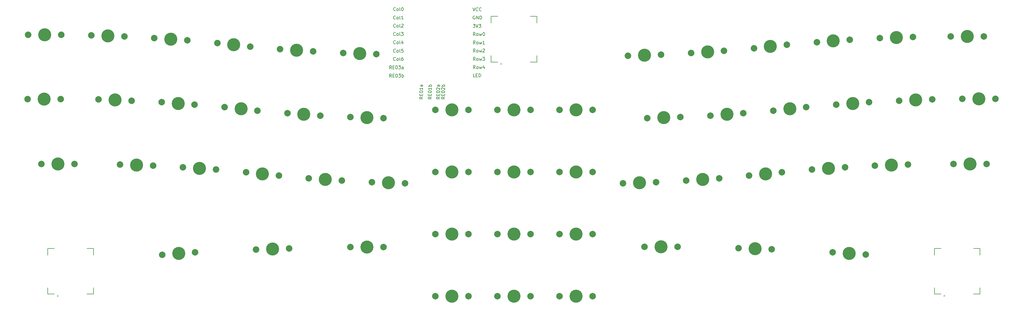
<source format=gbr>
G04 #@! TF.GenerationSoftware,KiCad,Pcbnew,7.0.9*
G04 #@! TF.CreationDate,2024-02-06T21:39:52+09:00*
G04 #@! TF.ProjectId,tijuana,74696a75-616e-4612-9e6b-696361645f70,rev?*
G04 #@! TF.SameCoordinates,Original*
G04 #@! TF.FileFunction,Legend,Top*
G04 #@! TF.FilePolarity,Positive*
%FSLAX46Y46*%
G04 Gerber Fmt 4.6, Leading zero omitted, Abs format (unit mm)*
G04 Created by KiCad (PCBNEW 7.0.9) date 2024-02-06 21:39:52*
%MOMM*%
%LPD*%
G01*
G04 APERTURE LIST*
%ADD10C,0.150000*%
%ADD11C,0.120000*%
%ADD12C,2.000000*%
%ADD13C,4.000000*%
G04 APERTURE END LIST*
D10*
X158833922Y-18441374D02*
X159167255Y-19441374D01*
X159167255Y-19441374D02*
X159500588Y-18441374D01*
X160405350Y-19346135D02*
X160357731Y-19393755D01*
X160357731Y-19393755D02*
X160214874Y-19441374D01*
X160214874Y-19441374D02*
X160119636Y-19441374D01*
X160119636Y-19441374D02*
X159976779Y-19393755D01*
X159976779Y-19393755D02*
X159881541Y-19298516D01*
X159881541Y-19298516D02*
X159833922Y-19203278D01*
X159833922Y-19203278D02*
X159786303Y-19012802D01*
X159786303Y-19012802D02*
X159786303Y-18869945D01*
X159786303Y-18869945D02*
X159833922Y-18679469D01*
X159833922Y-18679469D02*
X159881541Y-18584231D01*
X159881541Y-18584231D02*
X159976779Y-18488993D01*
X159976779Y-18488993D02*
X160119636Y-18441374D01*
X160119636Y-18441374D02*
X160214874Y-18441374D01*
X160214874Y-18441374D02*
X160357731Y-18488993D01*
X160357731Y-18488993D02*
X160405350Y-18536612D01*
X161405350Y-19346135D02*
X161357731Y-19393755D01*
X161357731Y-19393755D02*
X161214874Y-19441374D01*
X161214874Y-19441374D02*
X161119636Y-19441374D01*
X161119636Y-19441374D02*
X160976779Y-19393755D01*
X160976779Y-19393755D02*
X160881541Y-19298516D01*
X160881541Y-19298516D02*
X160833922Y-19203278D01*
X160833922Y-19203278D02*
X160786303Y-19012802D01*
X160786303Y-19012802D02*
X160786303Y-18869945D01*
X160786303Y-18869945D02*
X160833922Y-18679469D01*
X160833922Y-18679469D02*
X160881541Y-18584231D01*
X160881541Y-18584231D02*
X160976779Y-18488993D01*
X160976779Y-18488993D02*
X161119636Y-18441374D01*
X161119636Y-18441374D02*
X161214874Y-18441374D01*
X161214874Y-18441374D02*
X161357731Y-18488993D01*
X161357731Y-18488993D02*
X161405350Y-18536612D01*
X159548207Y-37184400D02*
X159214874Y-36708209D01*
X158976779Y-37184400D02*
X158976779Y-36184400D01*
X158976779Y-36184400D02*
X159357731Y-36184400D01*
X159357731Y-36184400D02*
X159452969Y-36232019D01*
X159452969Y-36232019D02*
X159500588Y-36279638D01*
X159500588Y-36279638D02*
X159548207Y-36374876D01*
X159548207Y-36374876D02*
X159548207Y-36517733D01*
X159548207Y-36517733D02*
X159500588Y-36612971D01*
X159500588Y-36612971D02*
X159452969Y-36660590D01*
X159452969Y-36660590D02*
X159357731Y-36708209D01*
X159357731Y-36708209D02*
X158976779Y-36708209D01*
X160119636Y-37184400D02*
X160024398Y-37136781D01*
X160024398Y-37136781D02*
X159976779Y-37089161D01*
X159976779Y-37089161D02*
X159929160Y-36993923D01*
X159929160Y-36993923D02*
X159929160Y-36708209D01*
X159929160Y-36708209D02*
X159976779Y-36612971D01*
X159976779Y-36612971D02*
X160024398Y-36565352D01*
X160024398Y-36565352D02*
X160119636Y-36517733D01*
X160119636Y-36517733D02*
X160262493Y-36517733D01*
X160262493Y-36517733D02*
X160357731Y-36565352D01*
X160357731Y-36565352D02*
X160405350Y-36612971D01*
X160405350Y-36612971D02*
X160452969Y-36708209D01*
X160452969Y-36708209D02*
X160452969Y-36993923D01*
X160452969Y-36993923D02*
X160405350Y-37089161D01*
X160405350Y-37089161D02*
X160357731Y-37136781D01*
X160357731Y-37136781D02*
X160262493Y-37184400D01*
X160262493Y-37184400D02*
X160119636Y-37184400D01*
X160786303Y-36517733D02*
X160976779Y-37184400D01*
X160976779Y-37184400D02*
X161167255Y-36708209D01*
X161167255Y-36708209D02*
X161357731Y-37184400D01*
X161357731Y-37184400D02*
X161548207Y-36517733D01*
X162357731Y-36517733D02*
X162357731Y-37184400D01*
X162119636Y-36136781D02*
X161881541Y-36851066D01*
X161881541Y-36851066D02*
X162500588Y-36851066D01*
X135080455Y-32042626D02*
X135032836Y-32090246D01*
X135032836Y-32090246D02*
X134889979Y-32137865D01*
X134889979Y-32137865D02*
X134794741Y-32137865D01*
X134794741Y-32137865D02*
X134651884Y-32090246D01*
X134651884Y-32090246D02*
X134556646Y-31995007D01*
X134556646Y-31995007D02*
X134509027Y-31899769D01*
X134509027Y-31899769D02*
X134461408Y-31709293D01*
X134461408Y-31709293D02*
X134461408Y-31566436D01*
X134461408Y-31566436D02*
X134509027Y-31375960D01*
X134509027Y-31375960D02*
X134556646Y-31280722D01*
X134556646Y-31280722D02*
X134651884Y-31185484D01*
X134651884Y-31185484D02*
X134794741Y-31137865D01*
X134794741Y-31137865D02*
X134889979Y-31137865D01*
X134889979Y-31137865D02*
X135032836Y-31185484D01*
X135032836Y-31185484D02*
X135080455Y-31233103D01*
X135651884Y-32137865D02*
X135556646Y-32090246D01*
X135556646Y-32090246D02*
X135509027Y-32042626D01*
X135509027Y-32042626D02*
X135461408Y-31947388D01*
X135461408Y-31947388D02*
X135461408Y-31661674D01*
X135461408Y-31661674D02*
X135509027Y-31566436D01*
X135509027Y-31566436D02*
X135556646Y-31518817D01*
X135556646Y-31518817D02*
X135651884Y-31471198D01*
X135651884Y-31471198D02*
X135794741Y-31471198D01*
X135794741Y-31471198D02*
X135889979Y-31518817D01*
X135889979Y-31518817D02*
X135937598Y-31566436D01*
X135937598Y-31566436D02*
X135985217Y-31661674D01*
X135985217Y-31661674D02*
X135985217Y-31947388D01*
X135985217Y-31947388D02*
X135937598Y-32042626D01*
X135937598Y-32042626D02*
X135889979Y-32090246D01*
X135889979Y-32090246D02*
X135794741Y-32137865D01*
X135794741Y-32137865D02*
X135651884Y-32137865D01*
X136556646Y-32137865D02*
X136461408Y-32090246D01*
X136461408Y-32090246D02*
X136413789Y-31995007D01*
X136413789Y-31995007D02*
X136413789Y-31137865D01*
X137413789Y-31137865D02*
X136937599Y-31137865D01*
X136937599Y-31137865D02*
X136889980Y-31614055D01*
X136889980Y-31614055D02*
X136937599Y-31566436D01*
X136937599Y-31566436D02*
X137032837Y-31518817D01*
X137032837Y-31518817D02*
X137270932Y-31518817D01*
X137270932Y-31518817D02*
X137366170Y-31566436D01*
X137366170Y-31566436D02*
X137413789Y-31614055D01*
X137413789Y-31614055D02*
X137461408Y-31709293D01*
X137461408Y-31709293D02*
X137461408Y-31947388D01*
X137461408Y-31947388D02*
X137413789Y-32042626D01*
X137413789Y-32042626D02*
X137366170Y-32090246D01*
X137366170Y-32090246D02*
X137270932Y-32137865D01*
X137270932Y-32137865D02*
X137032837Y-32137865D01*
X137032837Y-32137865D02*
X136937599Y-32090246D01*
X136937599Y-32090246D02*
X136889980Y-32042626D01*
X135080455Y-26900782D02*
X135032836Y-26948402D01*
X135032836Y-26948402D02*
X134889979Y-26996021D01*
X134889979Y-26996021D02*
X134794741Y-26996021D01*
X134794741Y-26996021D02*
X134651884Y-26948402D01*
X134651884Y-26948402D02*
X134556646Y-26853163D01*
X134556646Y-26853163D02*
X134509027Y-26757925D01*
X134509027Y-26757925D02*
X134461408Y-26567449D01*
X134461408Y-26567449D02*
X134461408Y-26424592D01*
X134461408Y-26424592D02*
X134509027Y-26234116D01*
X134509027Y-26234116D02*
X134556646Y-26138878D01*
X134556646Y-26138878D02*
X134651884Y-26043640D01*
X134651884Y-26043640D02*
X134794741Y-25996021D01*
X134794741Y-25996021D02*
X134889979Y-25996021D01*
X134889979Y-25996021D02*
X135032836Y-26043640D01*
X135032836Y-26043640D02*
X135080455Y-26091259D01*
X135651884Y-26996021D02*
X135556646Y-26948402D01*
X135556646Y-26948402D02*
X135509027Y-26900782D01*
X135509027Y-26900782D02*
X135461408Y-26805544D01*
X135461408Y-26805544D02*
X135461408Y-26519830D01*
X135461408Y-26519830D02*
X135509027Y-26424592D01*
X135509027Y-26424592D02*
X135556646Y-26376973D01*
X135556646Y-26376973D02*
X135651884Y-26329354D01*
X135651884Y-26329354D02*
X135794741Y-26329354D01*
X135794741Y-26329354D02*
X135889979Y-26376973D01*
X135889979Y-26376973D02*
X135937598Y-26424592D01*
X135937598Y-26424592D02*
X135985217Y-26519830D01*
X135985217Y-26519830D02*
X135985217Y-26805544D01*
X135985217Y-26805544D02*
X135937598Y-26900782D01*
X135937598Y-26900782D02*
X135889979Y-26948402D01*
X135889979Y-26948402D02*
X135794741Y-26996021D01*
X135794741Y-26996021D02*
X135651884Y-26996021D01*
X136556646Y-26996021D02*
X136461408Y-26948402D01*
X136461408Y-26948402D02*
X136413789Y-26853163D01*
X136413789Y-26853163D02*
X136413789Y-25996021D01*
X136842361Y-25996021D02*
X137461408Y-25996021D01*
X137461408Y-25996021D02*
X137128075Y-26376973D01*
X137128075Y-26376973D02*
X137270932Y-26376973D01*
X137270932Y-26376973D02*
X137366170Y-26424592D01*
X137366170Y-26424592D02*
X137413789Y-26472211D01*
X137413789Y-26472211D02*
X137461408Y-26567449D01*
X137461408Y-26567449D02*
X137461408Y-26805544D01*
X137461408Y-26805544D02*
X137413789Y-26900782D01*
X137413789Y-26900782D02*
X137366170Y-26948402D01*
X137366170Y-26948402D02*
X137270932Y-26996021D01*
X137270932Y-26996021D02*
X136985218Y-26996021D01*
X136985218Y-26996021D02*
X136889980Y-26948402D01*
X136889980Y-26948402D02*
X136842361Y-26900782D01*
X143460153Y-45811792D02*
X142983962Y-46145125D01*
X143460153Y-46383220D02*
X142460153Y-46383220D01*
X142460153Y-46383220D02*
X142460153Y-46002268D01*
X142460153Y-46002268D02*
X142507772Y-45907030D01*
X142507772Y-45907030D02*
X142555391Y-45859411D01*
X142555391Y-45859411D02*
X142650629Y-45811792D01*
X142650629Y-45811792D02*
X142793486Y-45811792D01*
X142793486Y-45811792D02*
X142888724Y-45859411D01*
X142888724Y-45859411D02*
X142936343Y-45907030D01*
X142936343Y-45907030D02*
X142983962Y-46002268D01*
X142983962Y-46002268D02*
X142983962Y-46383220D01*
X142936343Y-45383220D02*
X142936343Y-45049887D01*
X143460153Y-44907030D02*
X143460153Y-45383220D01*
X143460153Y-45383220D02*
X142460153Y-45383220D01*
X142460153Y-45383220D02*
X142460153Y-44907030D01*
X142460153Y-44287982D02*
X142460153Y-44192744D01*
X142460153Y-44192744D02*
X142507772Y-44097506D01*
X142507772Y-44097506D02*
X142555391Y-44049887D01*
X142555391Y-44049887D02*
X142650629Y-44002268D01*
X142650629Y-44002268D02*
X142841105Y-43954649D01*
X142841105Y-43954649D02*
X143079200Y-43954649D01*
X143079200Y-43954649D02*
X143269676Y-44002268D01*
X143269676Y-44002268D02*
X143364914Y-44049887D01*
X143364914Y-44049887D02*
X143412534Y-44097506D01*
X143412534Y-44097506D02*
X143460153Y-44192744D01*
X143460153Y-44192744D02*
X143460153Y-44287982D01*
X143460153Y-44287982D02*
X143412534Y-44383220D01*
X143412534Y-44383220D02*
X143364914Y-44430839D01*
X143364914Y-44430839D02*
X143269676Y-44478458D01*
X143269676Y-44478458D02*
X143079200Y-44526077D01*
X143079200Y-44526077D02*
X142841105Y-44526077D01*
X142841105Y-44526077D02*
X142650629Y-44478458D01*
X142650629Y-44478458D02*
X142555391Y-44430839D01*
X142555391Y-44430839D02*
X142507772Y-44383220D01*
X142507772Y-44383220D02*
X142460153Y-44287982D01*
X143460153Y-43002268D02*
X143460153Y-43573696D01*
X143460153Y-43287982D02*
X142460153Y-43287982D01*
X142460153Y-43287982D02*
X142603010Y-43383220D01*
X142603010Y-43383220D02*
X142698248Y-43478458D01*
X142698248Y-43478458D02*
X142745867Y-43573696D01*
X143460153Y-42145125D02*
X142936343Y-42145125D01*
X142936343Y-42145125D02*
X142841105Y-42192744D01*
X142841105Y-42192744D02*
X142793486Y-42287982D01*
X142793486Y-42287982D02*
X142793486Y-42478458D01*
X142793486Y-42478458D02*
X142841105Y-42573696D01*
X143412534Y-42145125D02*
X143460153Y-42240363D01*
X143460153Y-42240363D02*
X143460153Y-42478458D01*
X143460153Y-42478458D02*
X143412534Y-42573696D01*
X143412534Y-42573696D02*
X143317295Y-42621315D01*
X143317295Y-42621315D02*
X143222057Y-42621315D01*
X143222057Y-42621315D02*
X143126819Y-42573696D01*
X143126819Y-42573696D02*
X143079200Y-42478458D01*
X143079200Y-42478458D02*
X143079200Y-42240363D01*
X143079200Y-42240363D02*
X143031581Y-42145125D01*
X159452969Y-39709819D02*
X158976779Y-39709819D01*
X158976779Y-39709819D02*
X158976779Y-38709819D01*
X159786303Y-39186009D02*
X160119636Y-39186009D01*
X160262493Y-39709819D02*
X159786303Y-39709819D01*
X159786303Y-39709819D02*
X159786303Y-38709819D01*
X159786303Y-38709819D02*
X160262493Y-38709819D01*
X160691065Y-39709819D02*
X160691065Y-38709819D01*
X160691065Y-38709819D02*
X160929160Y-38709819D01*
X160929160Y-38709819D02*
X161072017Y-38757438D01*
X161072017Y-38757438D02*
X161167255Y-38852676D01*
X161167255Y-38852676D02*
X161214874Y-38947914D01*
X161214874Y-38947914D02*
X161262493Y-39138390D01*
X161262493Y-39138390D02*
X161262493Y-39281247D01*
X161262493Y-39281247D02*
X161214874Y-39471723D01*
X161214874Y-39471723D02*
X161167255Y-39566961D01*
X161167255Y-39566961D02*
X161072017Y-39662200D01*
X161072017Y-39662200D02*
X160929160Y-39709819D01*
X160929160Y-39709819D02*
X160691065Y-39709819D01*
X150189819Y-45811792D02*
X149713628Y-46145125D01*
X150189819Y-46383220D02*
X149189819Y-46383220D01*
X149189819Y-46383220D02*
X149189819Y-46002268D01*
X149189819Y-46002268D02*
X149237438Y-45907030D01*
X149237438Y-45907030D02*
X149285057Y-45859411D01*
X149285057Y-45859411D02*
X149380295Y-45811792D01*
X149380295Y-45811792D02*
X149523152Y-45811792D01*
X149523152Y-45811792D02*
X149618390Y-45859411D01*
X149618390Y-45859411D02*
X149666009Y-45907030D01*
X149666009Y-45907030D02*
X149713628Y-46002268D01*
X149713628Y-46002268D02*
X149713628Y-46383220D01*
X149666009Y-45383220D02*
X149666009Y-45049887D01*
X150189819Y-44907030D02*
X150189819Y-45383220D01*
X150189819Y-45383220D02*
X149189819Y-45383220D01*
X149189819Y-45383220D02*
X149189819Y-44907030D01*
X149189819Y-44287982D02*
X149189819Y-44192744D01*
X149189819Y-44192744D02*
X149237438Y-44097506D01*
X149237438Y-44097506D02*
X149285057Y-44049887D01*
X149285057Y-44049887D02*
X149380295Y-44002268D01*
X149380295Y-44002268D02*
X149570771Y-43954649D01*
X149570771Y-43954649D02*
X149808866Y-43954649D01*
X149808866Y-43954649D02*
X149999342Y-44002268D01*
X149999342Y-44002268D02*
X150094580Y-44049887D01*
X150094580Y-44049887D02*
X150142200Y-44097506D01*
X150142200Y-44097506D02*
X150189819Y-44192744D01*
X150189819Y-44192744D02*
X150189819Y-44287982D01*
X150189819Y-44287982D02*
X150142200Y-44383220D01*
X150142200Y-44383220D02*
X150094580Y-44430839D01*
X150094580Y-44430839D02*
X149999342Y-44478458D01*
X149999342Y-44478458D02*
X149808866Y-44526077D01*
X149808866Y-44526077D02*
X149570771Y-44526077D01*
X149570771Y-44526077D02*
X149380295Y-44478458D01*
X149380295Y-44478458D02*
X149285057Y-44430839D01*
X149285057Y-44430839D02*
X149237438Y-44383220D01*
X149237438Y-44383220D02*
X149189819Y-44287982D01*
X149285057Y-43573696D02*
X149237438Y-43526077D01*
X149237438Y-43526077D02*
X149189819Y-43430839D01*
X149189819Y-43430839D02*
X149189819Y-43192744D01*
X149189819Y-43192744D02*
X149237438Y-43097506D01*
X149237438Y-43097506D02*
X149285057Y-43049887D01*
X149285057Y-43049887D02*
X149380295Y-43002268D01*
X149380295Y-43002268D02*
X149475533Y-43002268D01*
X149475533Y-43002268D02*
X149618390Y-43049887D01*
X149618390Y-43049887D02*
X150189819Y-43621315D01*
X150189819Y-43621315D02*
X150189819Y-43002268D01*
X150189819Y-42573696D02*
X149189819Y-42573696D01*
X149570771Y-42573696D02*
X149523152Y-42478458D01*
X149523152Y-42478458D02*
X149523152Y-42287982D01*
X149523152Y-42287982D02*
X149570771Y-42192744D01*
X149570771Y-42192744D02*
X149618390Y-42145125D01*
X149618390Y-42145125D02*
X149713628Y-42097506D01*
X149713628Y-42097506D02*
X149999342Y-42097506D01*
X149999342Y-42097506D02*
X150094580Y-42145125D01*
X150094580Y-42145125D02*
X150142200Y-42192744D01*
X150142200Y-42192744D02*
X150189819Y-42287982D01*
X150189819Y-42287982D02*
X150189819Y-42478458D01*
X150189819Y-42478458D02*
X150142200Y-42573696D01*
X158881541Y-23534554D02*
X159500588Y-23534554D01*
X159500588Y-23534554D02*
X159167255Y-23915506D01*
X159167255Y-23915506D02*
X159310112Y-23915506D01*
X159310112Y-23915506D02*
X159405350Y-23963125D01*
X159405350Y-23963125D02*
X159452969Y-24010744D01*
X159452969Y-24010744D02*
X159500588Y-24105982D01*
X159500588Y-24105982D02*
X159500588Y-24344077D01*
X159500588Y-24344077D02*
X159452969Y-24439315D01*
X159452969Y-24439315D02*
X159405350Y-24486935D01*
X159405350Y-24486935D02*
X159310112Y-24534554D01*
X159310112Y-24534554D02*
X159024398Y-24534554D01*
X159024398Y-24534554D02*
X158929160Y-24486935D01*
X158929160Y-24486935D02*
X158881541Y-24439315D01*
X159786303Y-23534554D02*
X160119636Y-24534554D01*
X160119636Y-24534554D02*
X160452969Y-23534554D01*
X160691065Y-23534554D02*
X161310112Y-23534554D01*
X161310112Y-23534554D02*
X160976779Y-23915506D01*
X160976779Y-23915506D02*
X161119636Y-23915506D01*
X161119636Y-23915506D02*
X161214874Y-23963125D01*
X161214874Y-23963125D02*
X161262493Y-24010744D01*
X161262493Y-24010744D02*
X161310112Y-24105982D01*
X161310112Y-24105982D02*
X161310112Y-24344077D01*
X161310112Y-24344077D02*
X161262493Y-24439315D01*
X161262493Y-24439315D02*
X161214874Y-24486935D01*
X161214874Y-24486935D02*
X161119636Y-24534554D01*
X161119636Y-24534554D02*
X160833922Y-24534554D01*
X160833922Y-24534554D02*
X160738684Y-24486935D01*
X160738684Y-24486935D02*
X160691065Y-24439315D01*
X146110153Y-45811792D02*
X145633962Y-46145125D01*
X146110153Y-46383220D02*
X145110153Y-46383220D01*
X145110153Y-46383220D02*
X145110153Y-46002268D01*
X145110153Y-46002268D02*
X145157772Y-45907030D01*
X145157772Y-45907030D02*
X145205391Y-45859411D01*
X145205391Y-45859411D02*
X145300629Y-45811792D01*
X145300629Y-45811792D02*
X145443486Y-45811792D01*
X145443486Y-45811792D02*
X145538724Y-45859411D01*
X145538724Y-45859411D02*
X145586343Y-45907030D01*
X145586343Y-45907030D02*
X145633962Y-46002268D01*
X145633962Y-46002268D02*
X145633962Y-46383220D01*
X145586343Y-45383220D02*
X145586343Y-45049887D01*
X146110153Y-44907030D02*
X146110153Y-45383220D01*
X146110153Y-45383220D02*
X145110153Y-45383220D01*
X145110153Y-45383220D02*
X145110153Y-44907030D01*
X145110153Y-44287982D02*
X145110153Y-44192744D01*
X145110153Y-44192744D02*
X145157772Y-44097506D01*
X145157772Y-44097506D02*
X145205391Y-44049887D01*
X145205391Y-44049887D02*
X145300629Y-44002268D01*
X145300629Y-44002268D02*
X145491105Y-43954649D01*
X145491105Y-43954649D02*
X145729200Y-43954649D01*
X145729200Y-43954649D02*
X145919676Y-44002268D01*
X145919676Y-44002268D02*
X146014914Y-44049887D01*
X146014914Y-44049887D02*
X146062534Y-44097506D01*
X146062534Y-44097506D02*
X146110153Y-44192744D01*
X146110153Y-44192744D02*
X146110153Y-44287982D01*
X146110153Y-44287982D02*
X146062534Y-44383220D01*
X146062534Y-44383220D02*
X146014914Y-44430839D01*
X146014914Y-44430839D02*
X145919676Y-44478458D01*
X145919676Y-44478458D02*
X145729200Y-44526077D01*
X145729200Y-44526077D02*
X145491105Y-44526077D01*
X145491105Y-44526077D02*
X145300629Y-44478458D01*
X145300629Y-44478458D02*
X145205391Y-44430839D01*
X145205391Y-44430839D02*
X145157772Y-44383220D01*
X145157772Y-44383220D02*
X145110153Y-44287982D01*
X146110153Y-43002268D02*
X146110153Y-43573696D01*
X146110153Y-43287982D02*
X145110153Y-43287982D01*
X145110153Y-43287982D02*
X145253010Y-43383220D01*
X145253010Y-43383220D02*
X145348248Y-43478458D01*
X145348248Y-43478458D02*
X145395867Y-43573696D01*
X146110153Y-42573696D02*
X145110153Y-42573696D01*
X145491105Y-42573696D02*
X145443486Y-42478458D01*
X145443486Y-42478458D02*
X145443486Y-42287982D01*
X145443486Y-42287982D02*
X145491105Y-42192744D01*
X145491105Y-42192744D02*
X145538724Y-42145125D01*
X145538724Y-42145125D02*
X145633962Y-42097506D01*
X145633962Y-42097506D02*
X145919676Y-42097506D01*
X145919676Y-42097506D02*
X146014914Y-42145125D01*
X146014914Y-42145125D02*
X146062534Y-42192744D01*
X146062534Y-42192744D02*
X146110153Y-42287982D01*
X146110153Y-42287982D02*
X146110153Y-42478458D01*
X146110153Y-42478458D02*
X146062534Y-42573696D01*
X135080455Y-29471704D02*
X135032836Y-29519324D01*
X135032836Y-29519324D02*
X134889979Y-29566943D01*
X134889979Y-29566943D02*
X134794741Y-29566943D01*
X134794741Y-29566943D02*
X134651884Y-29519324D01*
X134651884Y-29519324D02*
X134556646Y-29424085D01*
X134556646Y-29424085D02*
X134509027Y-29328847D01*
X134509027Y-29328847D02*
X134461408Y-29138371D01*
X134461408Y-29138371D02*
X134461408Y-28995514D01*
X134461408Y-28995514D02*
X134509027Y-28805038D01*
X134509027Y-28805038D02*
X134556646Y-28709800D01*
X134556646Y-28709800D02*
X134651884Y-28614562D01*
X134651884Y-28614562D02*
X134794741Y-28566943D01*
X134794741Y-28566943D02*
X134889979Y-28566943D01*
X134889979Y-28566943D02*
X135032836Y-28614562D01*
X135032836Y-28614562D02*
X135080455Y-28662181D01*
X135651884Y-29566943D02*
X135556646Y-29519324D01*
X135556646Y-29519324D02*
X135509027Y-29471704D01*
X135509027Y-29471704D02*
X135461408Y-29376466D01*
X135461408Y-29376466D02*
X135461408Y-29090752D01*
X135461408Y-29090752D02*
X135509027Y-28995514D01*
X135509027Y-28995514D02*
X135556646Y-28947895D01*
X135556646Y-28947895D02*
X135651884Y-28900276D01*
X135651884Y-28900276D02*
X135794741Y-28900276D01*
X135794741Y-28900276D02*
X135889979Y-28947895D01*
X135889979Y-28947895D02*
X135937598Y-28995514D01*
X135937598Y-28995514D02*
X135985217Y-29090752D01*
X135985217Y-29090752D02*
X135985217Y-29376466D01*
X135985217Y-29376466D02*
X135937598Y-29471704D01*
X135937598Y-29471704D02*
X135889979Y-29519324D01*
X135889979Y-29519324D02*
X135794741Y-29566943D01*
X135794741Y-29566943D02*
X135651884Y-29566943D01*
X136556646Y-29566943D02*
X136461408Y-29519324D01*
X136461408Y-29519324D02*
X136413789Y-29424085D01*
X136413789Y-29424085D02*
X136413789Y-28566943D01*
X137366170Y-28900276D02*
X137366170Y-29566943D01*
X137128075Y-28519324D02*
X136889980Y-29233609D01*
X136889980Y-29233609D02*
X137509027Y-29233609D01*
X133828207Y-37234206D02*
X133494874Y-36758015D01*
X133256779Y-37234206D02*
X133256779Y-36234206D01*
X133256779Y-36234206D02*
X133637731Y-36234206D01*
X133637731Y-36234206D02*
X133732969Y-36281825D01*
X133732969Y-36281825D02*
X133780588Y-36329444D01*
X133780588Y-36329444D02*
X133828207Y-36424682D01*
X133828207Y-36424682D02*
X133828207Y-36567539D01*
X133828207Y-36567539D02*
X133780588Y-36662777D01*
X133780588Y-36662777D02*
X133732969Y-36710396D01*
X133732969Y-36710396D02*
X133637731Y-36758015D01*
X133637731Y-36758015D02*
X133256779Y-36758015D01*
X134256779Y-36710396D02*
X134590112Y-36710396D01*
X134732969Y-37234206D02*
X134256779Y-37234206D01*
X134256779Y-37234206D02*
X134256779Y-36234206D01*
X134256779Y-36234206D02*
X134732969Y-36234206D01*
X135352017Y-36234206D02*
X135447255Y-36234206D01*
X135447255Y-36234206D02*
X135542493Y-36281825D01*
X135542493Y-36281825D02*
X135590112Y-36329444D01*
X135590112Y-36329444D02*
X135637731Y-36424682D01*
X135637731Y-36424682D02*
X135685350Y-36615158D01*
X135685350Y-36615158D02*
X135685350Y-36853253D01*
X135685350Y-36853253D02*
X135637731Y-37043729D01*
X135637731Y-37043729D02*
X135590112Y-37138967D01*
X135590112Y-37138967D02*
X135542493Y-37186587D01*
X135542493Y-37186587D02*
X135447255Y-37234206D01*
X135447255Y-37234206D02*
X135352017Y-37234206D01*
X135352017Y-37234206D02*
X135256779Y-37186587D01*
X135256779Y-37186587D02*
X135209160Y-37138967D01*
X135209160Y-37138967D02*
X135161541Y-37043729D01*
X135161541Y-37043729D02*
X135113922Y-36853253D01*
X135113922Y-36853253D02*
X135113922Y-36615158D01*
X135113922Y-36615158D02*
X135161541Y-36424682D01*
X135161541Y-36424682D02*
X135209160Y-36329444D01*
X135209160Y-36329444D02*
X135256779Y-36281825D01*
X135256779Y-36281825D02*
X135352017Y-36234206D01*
X136018684Y-36234206D02*
X136637731Y-36234206D01*
X136637731Y-36234206D02*
X136304398Y-36615158D01*
X136304398Y-36615158D02*
X136447255Y-36615158D01*
X136447255Y-36615158D02*
X136542493Y-36662777D01*
X136542493Y-36662777D02*
X136590112Y-36710396D01*
X136590112Y-36710396D02*
X136637731Y-36805634D01*
X136637731Y-36805634D02*
X136637731Y-37043729D01*
X136637731Y-37043729D02*
X136590112Y-37138967D01*
X136590112Y-37138967D02*
X136542493Y-37186587D01*
X136542493Y-37186587D02*
X136447255Y-37234206D01*
X136447255Y-37234206D02*
X136161541Y-37234206D01*
X136161541Y-37234206D02*
X136066303Y-37186587D01*
X136066303Y-37186587D02*
X136018684Y-37138967D01*
X137494874Y-37234206D02*
X137494874Y-36710396D01*
X137494874Y-36710396D02*
X137447255Y-36615158D01*
X137447255Y-36615158D02*
X137352017Y-36567539D01*
X137352017Y-36567539D02*
X137161541Y-36567539D01*
X137161541Y-36567539D02*
X137066303Y-36615158D01*
X137494874Y-37186587D02*
X137399636Y-37234206D01*
X137399636Y-37234206D02*
X137161541Y-37234206D01*
X137161541Y-37234206D02*
X137066303Y-37186587D01*
X137066303Y-37186587D02*
X137018684Y-37091348D01*
X137018684Y-37091348D02*
X137018684Y-36996110D01*
X137018684Y-36996110D02*
X137066303Y-36900872D01*
X137066303Y-36900872D02*
X137161541Y-36853253D01*
X137161541Y-36853253D02*
X137399636Y-36853253D01*
X137399636Y-36853253D02*
X137494874Y-36805634D01*
X159548207Y-34658981D02*
X159214874Y-34182790D01*
X158976779Y-34658981D02*
X158976779Y-33658981D01*
X158976779Y-33658981D02*
X159357731Y-33658981D01*
X159357731Y-33658981D02*
X159452969Y-33706600D01*
X159452969Y-33706600D02*
X159500588Y-33754219D01*
X159500588Y-33754219D02*
X159548207Y-33849457D01*
X159548207Y-33849457D02*
X159548207Y-33992314D01*
X159548207Y-33992314D02*
X159500588Y-34087552D01*
X159500588Y-34087552D02*
X159452969Y-34135171D01*
X159452969Y-34135171D02*
X159357731Y-34182790D01*
X159357731Y-34182790D02*
X158976779Y-34182790D01*
X160119636Y-34658981D02*
X160024398Y-34611362D01*
X160024398Y-34611362D02*
X159976779Y-34563742D01*
X159976779Y-34563742D02*
X159929160Y-34468504D01*
X159929160Y-34468504D02*
X159929160Y-34182790D01*
X159929160Y-34182790D02*
X159976779Y-34087552D01*
X159976779Y-34087552D02*
X160024398Y-34039933D01*
X160024398Y-34039933D02*
X160119636Y-33992314D01*
X160119636Y-33992314D02*
X160262493Y-33992314D01*
X160262493Y-33992314D02*
X160357731Y-34039933D01*
X160357731Y-34039933D02*
X160405350Y-34087552D01*
X160405350Y-34087552D02*
X160452969Y-34182790D01*
X160452969Y-34182790D02*
X160452969Y-34468504D01*
X160452969Y-34468504D02*
X160405350Y-34563742D01*
X160405350Y-34563742D02*
X160357731Y-34611362D01*
X160357731Y-34611362D02*
X160262493Y-34658981D01*
X160262493Y-34658981D02*
X160119636Y-34658981D01*
X160786303Y-33992314D02*
X160976779Y-34658981D01*
X160976779Y-34658981D02*
X161167255Y-34182790D01*
X161167255Y-34182790D02*
X161357731Y-34658981D01*
X161357731Y-34658981D02*
X161548207Y-33992314D01*
X161833922Y-33658981D02*
X162452969Y-33658981D01*
X162452969Y-33658981D02*
X162119636Y-34039933D01*
X162119636Y-34039933D02*
X162262493Y-34039933D01*
X162262493Y-34039933D02*
X162357731Y-34087552D01*
X162357731Y-34087552D02*
X162405350Y-34135171D01*
X162405350Y-34135171D02*
X162452969Y-34230409D01*
X162452969Y-34230409D02*
X162452969Y-34468504D01*
X162452969Y-34468504D02*
X162405350Y-34563742D01*
X162405350Y-34563742D02*
X162357731Y-34611362D01*
X162357731Y-34611362D02*
X162262493Y-34658981D01*
X162262493Y-34658981D02*
X161976779Y-34658981D01*
X161976779Y-34658981D02*
X161881541Y-34611362D01*
X161881541Y-34611362D02*
X161833922Y-34563742D01*
X133828207Y-39782376D02*
X133494874Y-39306185D01*
X133256779Y-39782376D02*
X133256779Y-38782376D01*
X133256779Y-38782376D02*
X133637731Y-38782376D01*
X133637731Y-38782376D02*
X133732969Y-38829995D01*
X133732969Y-38829995D02*
X133780588Y-38877614D01*
X133780588Y-38877614D02*
X133828207Y-38972852D01*
X133828207Y-38972852D02*
X133828207Y-39115709D01*
X133828207Y-39115709D02*
X133780588Y-39210947D01*
X133780588Y-39210947D02*
X133732969Y-39258566D01*
X133732969Y-39258566D02*
X133637731Y-39306185D01*
X133637731Y-39306185D02*
X133256779Y-39306185D01*
X134256779Y-39258566D02*
X134590112Y-39258566D01*
X134732969Y-39782376D02*
X134256779Y-39782376D01*
X134256779Y-39782376D02*
X134256779Y-38782376D01*
X134256779Y-38782376D02*
X134732969Y-38782376D01*
X135352017Y-38782376D02*
X135447255Y-38782376D01*
X135447255Y-38782376D02*
X135542493Y-38829995D01*
X135542493Y-38829995D02*
X135590112Y-38877614D01*
X135590112Y-38877614D02*
X135637731Y-38972852D01*
X135637731Y-38972852D02*
X135685350Y-39163328D01*
X135685350Y-39163328D02*
X135685350Y-39401423D01*
X135685350Y-39401423D02*
X135637731Y-39591899D01*
X135637731Y-39591899D02*
X135590112Y-39687137D01*
X135590112Y-39687137D02*
X135542493Y-39734757D01*
X135542493Y-39734757D02*
X135447255Y-39782376D01*
X135447255Y-39782376D02*
X135352017Y-39782376D01*
X135352017Y-39782376D02*
X135256779Y-39734757D01*
X135256779Y-39734757D02*
X135209160Y-39687137D01*
X135209160Y-39687137D02*
X135161541Y-39591899D01*
X135161541Y-39591899D02*
X135113922Y-39401423D01*
X135113922Y-39401423D02*
X135113922Y-39163328D01*
X135113922Y-39163328D02*
X135161541Y-38972852D01*
X135161541Y-38972852D02*
X135209160Y-38877614D01*
X135209160Y-38877614D02*
X135256779Y-38829995D01*
X135256779Y-38829995D02*
X135352017Y-38782376D01*
X136018684Y-38782376D02*
X136637731Y-38782376D01*
X136637731Y-38782376D02*
X136304398Y-39163328D01*
X136304398Y-39163328D02*
X136447255Y-39163328D01*
X136447255Y-39163328D02*
X136542493Y-39210947D01*
X136542493Y-39210947D02*
X136590112Y-39258566D01*
X136590112Y-39258566D02*
X136637731Y-39353804D01*
X136637731Y-39353804D02*
X136637731Y-39591899D01*
X136637731Y-39591899D02*
X136590112Y-39687137D01*
X136590112Y-39687137D02*
X136542493Y-39734757D01*
X136542493Y-39734757D02*
X136447255Y-39782376D01*
X136447255Y-39782376D02*
X136161541Y-39782376D01*
X136161541Y-39782376D02*
X136066303Y-39734757D01*
X136066303Y-39734757D02*
X136018684Y-39687137D01*
X137066303Y-39782376D02*
X137066303Y-38782376D01*
X137066303Y-39163328D02*
X137161541Y-39115709D01*
X137161541Y-39115709D02*
X137352017Y-39115709D01*
X137352017Y-39115709D02*
X137447255Y-39163328D01*
X137447255Y-39163328D02*
X137494874Y-39210947D01*
X137494874Y-39210947D02*
X137542493Y-39306185D01*
X137542493Y-39306185D02*
X137542493Y-39591899D01*
X137542493Y-39591899D02*
X137494874Y-39687137D01*
X137494874Y-39687137D02*
X137447255Y-39734757D01*
X137447255Y-39734757D02*
X137352017Y-39782376D01*
X137352017Y-39782376D02*
X137161541Y-39782376D01*
X137161541Y-39782376D02*
X137066303Y-39734757D01*
X159441867Y-21011251D02*
X159346629Y-20963632D01*
X159346629Y-20963632D02*
X159203772Y-20963632D01*
X159203772Y-20963632D02*
X159060915Y-21011251D01*
X159060915Y-21011251D02*
X158965677Y-21106489D01*
X158965677Y-21106489D02*
X158918058Y-21201727D01*
X158918058Y-21201727D02*
X158870439Y-21392203D01*
X158870439Y-21392203D02*
X158870439Y-21535060D01*
X158870439Y-21535060D02*
X158918058Y-21725536D01*
X158918058Y-21725536D02*
X158965677Y-21820774D01*
X158965677Y-21820774D02*
X159060915Y-21916013D01*
X159060915Y-21916013D02*
X159203772Y-21963632D01*
X159203772Y-21963632D02*
X159299010Y-21963632D01*
X159299010Y-21963632D02*
X159441867Y-21916013D01*
X159441867Y-21916013D02*
X159489486Y-21868393D01*
X159489486Y-21868393D02*
X159489486Y-21535060D01*
X159489486Y-21535060D02*
X159299010Y-21535060D01*
X159918058Y-21963632D02*
X159918058Y-20963632D01*
X159918058Y-20963632D02*
X160489486Y-21963632D01*
X160489486Y-21963632D02*
X160489486Y-20963632D01*
X160965677Y-21963632D02*
X160965677Y-20963632D01*
X160965677Y-20963632D02*
X161203772Y-20963632D01*
X161203772Y-20963632D02*
X161346629Y-21011251D01*
X161346629Y-21011251D02*
X161441867Y-21106489D01*
X161441867Y-21106489D02*
X161489486Y-21201727D01*
X161489486Y-21201727D02*
X161537105Y-21392203D01*
X161537105Y-21392203D02*
X161537105Y-21535060D01*
X161537105Y-21535060D02*
X161489486Y-21725536D01*
X161489486Y-21725536D02*
X161441867Y-21820774D01*
X161441867Y-21820774D02*
X161346629Y-21916013D01*
X161346629Y-21916013D02*
X161203772Y-21963632D01*
X161203772Y-21963632D02*
X160965677Y-21963632D01*
X135100959Y-19301774D02*
X135053340Y-19349394D01*
X135053340Y-19349394D02*
X134910483Y-19397013D01*
X134910483Y-19397013D02*
X134815245Y-19397013D01*
X134815245Y-19397013D02*
X134672388Y-19349394D01*
X134672388Y-19349394D02*
X134577150Y-19254155D01*
X134577150Y-19254155D02*
X134529531Y-19158917D01*
X134529531Y-19158917D02*
X134481912Y-18968441D01*
X134481912Y-18968441D02*
X134481912Y-18825584D01*
X134481912Y-18825584D02*
X134529531Y-18635108D01*
X134529531Y-18635108D02*
X134577150Y-18539870D01*
X134577150Y-18539870D02*
X134672388Y-18444632D01*
X134672388Y-18444632D02*
X134815245Y-18397013D01*
X134815245Y-18397013D02*
X134910483Y-18397013D01*
X134910483Y-18397013D02*
X135053340Y-18444632D01*
X135053340Y-18444632D02*
X135100959Y-18492251D01*
X135672388Y-19397013D02*
X135577150Y-19349394D01*
X135577150Y-19349394D02*
X135529531Y-19301774D01*
X135529531Y-19301774D02*
X135481912Y-19206536D01*
X135481912Y-19206536D02*
X135481912Y-18920822D01*
X135481912Y-18920822D02*
X135529531Y-18825584D01*
X135529531Y-18825584D02*
X135577150Y-18777965D01*
X135577150Y-18777965D02*
X135672388Y-18730346D01*
X135672388Y-18730346D02*
X135815245Y-18730346D01*
X135815245Y-18730346D02*
X135910483Y-18777965D01*
X135910483Y-18777965D02*
X135958102Y-18825584D01*
X135958102Y-18825584D02*
X136005721Y-18920822D01*
X136005721Y-18920822D02*
X136005721Y-19206536D01*
X136005721Y-19206536D02*
X135958102Y-19301774D01*
X135958102Y-19301774D02*
X135910483Y-19349394D01*
X135910483Y-19349394D02*
X135815245Y-19397013D01*
X135815245Y-19397013D02*
X135672388Y-19397013D01*
X136577150Y-19397013D02*
X136481912Y-19349394D01*
X136481912Y-19349394D02*
X136434293Y-19254155D01*
X136434293Y-19254155D02*
X136434293Y-18397013D01*
X137148579Y-18397013D02*
X137243817Y-18397013D01*
X137243817Y-18397013D02*
X137339055Y-18444632D01*
X137339055Y-18444632D02*
X137386674Y-18492251D01*
X137386674Y-18492251D02*
X137434293Y-18587489D01*
X137434293Y-18587489D02*
X137481912Y-18777965D01*
X137481912Y-18777965D02*
X137481912Y-19016060D01*
X137481912Y-19016060D02*
X137434293Y-19206536D01*
X137434293Y-19206536D02*
X137386674Y-19301774D01*
X137386674Y-19301774D02*
X137339055Y-19349394D01*
X137339055Y-19349394D02*
X137243817Y-19397013D01*
X137243817Y-19397013D02*
X137148579Y-19397013D01*
X137148579Y-19397013D02*
X137053341Y-19349394D01*
X137053341Y-19349394D02*
X137005722Y-19301774D01*
X137005722Y-19301774D02*
X136958103Y-19206536D01*
X136958103Y-19206536D02*
X136910484Y-19016060D01*
X136910484Y-19016060D02*
X136910484Y-18777965D01*
X136910484Y-18777965D02*
X136958103Y-18587489D01*
X136958103Y-18587489D02*
X137005722Y-18492251D01*
X137005722Y-18492251D02*
X137053341Y-18444632D01*
X137053341Y-18444632D02*
X137148579Y-18397013D01*
X159548207Y-27037222D02*
X159214874Y-26561031D01*
X158976779Y-27037222D02*
X158976779Y-26037222D01*
X158976779Y-26037222D02*
X159357731Y-26037222D01*
X159357731Y-26037222D02*
X159452969Y-26084841D01*
X159452969Y-26084841D02*
X159500588Y-26132460D01*
X159500588Y-26132460D02*
X159548207Y-26227698D01*
X159548207Y-26227698D02*
X159548207Y-26370555D01*
X159548207Y-26370555D02*
X159500588Y-26465793D01*
X159500588Y-26465793D02*
X159452969Y-26513412D01*
X159452969Y-26513412D02*
X159357731Y-26561031D01*
X159357731Y-26561031D02*
X158976779Y-26561031D01*
X160119636Y-27037222D02*
X160024398Y-26989603D01*
X160024398Y-26989603D02*
X159976779Y-26941983D01*
X159976779Y-26941983D02*
X159929160Y-26846745D01*
X159929160Y-26846745D02*
X159929160Y-26561031D01*
X159929160Y-26561031D02*
X159976779Y-26465793D01*
X159976779Y-26465793D02*
X160024398Y-26418174D01*
X160024398Y-26418174D02*
X160119636Y-26370555D01*
X160119636Y-26370555D02*
X160262493Y-26370555D01*
X160262493Y-26370555D02*
X160357731Y-26418174D01*
X160357731Y-26418174D02*
X160405350Y-26465793D01*
X160405350Y-26465793D02*
X160452969Y-26561031D01*
X160452969Y-26561031D02*
X160452969Y-26846745D01*
X160452969Y-26846745D02*
X160405350Y-26941983D01*
X160405350Y-26941983D02*
X160357731Y-26989603D01*
X160357731Y-26989603D02*
X160262493Y-27037222D01*
X160262493Y-27037222D02*
X160119636Y-27037222D01*
X160786303Y-26370555D02*
X160976779Y-27037222D01*
X160976779Y-27037222D02*
X161167255Y-26561031D01*
X161167255Y-26561031D02*
X161357731Y-27037222D01*
X161357731Y-27037222D02*
X161548207Y-26370555D01*
X162119636Y-26037222D02*
X162214874Y-26037222D01*
X162214874Y-26037222D02*
X162310112Y-26084841D01*
X162310112Y-26084841D02*
X162357731Y-26132460D01*
X162357731Y-26132460D02*
X162405350Y-26227698D01*
X162405350Y-26227698D02*
X162452969Y-26418174D01*
X162452969Y-26418174D02*
X162452969Y-26656269D01*
X162452969Y-26656269D02*
X162405350Y-26846745D01*
X162405350Y-26846745D02*
X162357731Y-26941983D01*
X162357731Y-26941983D02*
X162310112Y-26989603D01*
X162310112Y-26989603D02*
X162214874Y-27037222D01*
X162214874Y-27037222D02*
X162119636Y-27037222D01*
X162119636Y-27037222D02*
X162024398Y-26989603D01*
X162024398Y-26989603D02*
X161976779Y-26941983D01*
X161976779Y-26941983D02*
X161929160Y-26846745D01*
X161929160Y-26846745D02*
X161881541Y-26656269D01*
X161881541Y-26656269D02*
X161881541Y-26418174D01*
X161881541Y-26418174D02*
X161929160Y-26227698D01*
X161929160Y-26227698D02*
X161976779Y-26132460D01*
X161976779Y-26132460D02*
X162024398Y-26084841D01*
X162024398Y-26084841D02*
X162119636Y-26037222D01*
X148660153Y-45811792D02*
X148183962Y-46145125D01*
X148660153Y-46383220D02*
X147660153Y-46383220D01*
X147660153Y-46383220D02*
X147660153Y-46002268D01*
X147660153Y-46002268D02*
X147707772Y-45907030D01*
X147707772Y-45907030D02*
X147755391Y-45859411D01*
X147755391Y-45859411D02*
X147850629Y-45811792D01*
X147850629Y-45811792D02*
X147993486Y-45811792D01*
X147993486Y-45811792D02*
X148088724Y-45859411D01*
X148088724Y-45859411D02*
X148136343Y-45907030D01*
X148136343Y-45907030D02*
X148183962Y-46002268D01*
X148183962Y-46002268D02*
X148183962Y-46383220D01*
X148136343Y-45383220D02*
X148136343Y-45049887D01*
X148660153Y-44907030D02*
X148660153Y-45383220D01*
X148660153Y-45383220D02*
X147660153Y-45383220D01*
X147660153Y-45383220D02*
X147660153Y-44907030D01*
X147660153Y-44287982D02*
X147660153Y-44192744D01*
X147660153Y-44192744D02*
X147707772Y-44097506D01*
X147707772Y-44097506D02*
X147755391Y-44049887D01*
X147755391Y-44049887D02*
X147850629Y-44002268D01*
X147850629Y-44002268D02*
X148041105Y-43954649D01*
X148041105Y-43954649D02*
X148279200Y-43954649D01*
X148279200Y-43954649D02*
X148469676Y-44002268D01*
X148469676Y-44002268D02*
X148564914Y-44049887D01*
X148564914Y-44049887D02*
X148612534Y-44097506D01*
X148612534Y-44097506D02*
X148660153Y-44192744D01*
X148660153Y-44192744D02*
X148660153Y-44287982D01*
X148660153Y-44287982D02*
X148612534Y-44383220D01*
X148612534Y-44383220D02*
X148564914Y-44430839D01*
X148564914Y-44430839D02*
X148469676Y-44478458D01*
X148469676Y-44478458D02*
X148279200Y-44526077D01*
X148279200Y-44526077D02*
X148041105Y-44526077D01*
X148041105Y-44526077D02*
X147850629Y-44478458D01*
X147850629Y-44478458D02*
X147755391Y-44430839D01*
X147755391Y-44430839D02*
X147707772Y-44383220D01*
X147707772Y-44383220D02*
X147660153Y-44287982D01*
X147755391Y-43573696D02*
X147707772Y-43526077D01*
X147707772Y-43526077D02*
X147660153Y-43430839D01*
X147660153Y-43430839D02*
X147660153Y-43192744D01*
X147660153Y-43192744D02*
X147707772Y-43097506D01*
X147707772Y-43097506D02*
X147755391Y-43049887D01*
X147755391Y-43049887D02*
X147850629Y-43002268D01*
X147850629Y-43002268D02*
X147945867Y-43002268D01*
X147945867Y-43002268D02*
X148088724Y-43049887D01*
X148088724Y-43049887D02*
X148660153Y-43621315D01*
X148660153Y-43621315D02*
X148660153Y-43002268D01*
X148660153Y-42145125D02*
X148136343Y-42145125D01*
X148136343Y-42145125D02*
X148041105Y-42192744D01*
X148041105Y-42192744D02*
X147993486Y-42287982D01*
X147993486Y-42287982D02*
X147993486Y-42478458D01*
X147993486Y-42478458D02*
X148041105Y-42573696D01*
X148612534Y-42145125D02*
X148660153Y-42240363D01*
X148660153Y-42240363D02*
X148660153Y-42478458D01*
X148660153Y-42478458D02*
X148612534Y-42573696D01*
X148612534Y-42573696D02*
X148517295Y-42621315D01*
X148517295Y-42621315D02*
X148422057Y-42621315D01*
X148422057Y-42621315D02*
X148326819Y-42573696D01*
X148326819Y-42573696D02*
X148279200Y-42478458D01*
X148279200Y-42478458D02*
X148279200Y-42240363D01*
X148279200Y-42240363D02*
X148231581Y-42145125D01*
X159548207Y-29608143D02*
X159214874Y-29131952D01*
X158976779Y-29608143D02*
X158976779Y-28608143D01*
X158976779Y-28608143D02*
X159357731Y-28608143D01*
X159357731Y-28608143D02*
X159452969Y-28655762D01*
X159452969Y-28655762D02*
X159500588Y-28703381D01*
X159500588Y-28703381D02*
X159548207Y-28798619D01*
X159548207Y-28798619D02*
X159548207Y-28941476D01*
X159548207Y-28941476D02*
X159500588Y-29036714D01*
X159500588Y-29036714D02*
X159452969Y-29084333D01*
X159452969Y-29084333D02*
X159357731Y-29131952D01*
X159357731Y-29131952D02*
X158976779Y-29131952D01*
X160119636Y-29608143D02*
X160024398Y-29560524D01*
X160024398Y-29560524D02*
X159976779Y-29512904D01*
X159976779Y-29512904D02*
X159929160Y-29417666D01*
X159929160Y-29417666D02*
X159929160Y-29131952D01*
X159929160Y-29131952D02*
X159976779Y-29036714D01*
X159976779Y-29036714D02*
X160024398Y-28989095D01*
X160024398Y-28989095D02*
X160119636Y-28941476D01*
X160119636Y-28941476D02*
X160262493Y-28941476D01*
X160262493Y-28941476D02*
X160357731Y-28989095D01*
X160357731Y-28989095D02*
X160405350Y-29036714D01*
X160405350Y-29036714D02*
X160452969Y-29131952D01*
X160452969Y-29131952D02*
X160452969Y-29417666D01*
X160452969Y-29417666D02*
X160405350Y-29512904D01*
X160405350Y-29512904D02*
X160357731Y-29560524D01*
X160357731Y-29560524D02*
X160262493Y-29608143D01*
X160262493Y-29608143D02*
X160119636Y-29608143D01*
X160786303Y-28941476D02*
X160976779Y-29608143D01*
X160976779Y-29608143D02*
X161167255Y-29131952D01*
X161167255Y-29131952D02*
X161357731Y-29608143D01*
X161357731Y-29608143D02*
X161548207Y-28941476D01*
X162452969Y-29608143D02*
X161881541Y-29608143D01*
X162167255Y-29608143D02*
X162167255Y-28608143D01*
X162167255Y-28608143D02*
X162072017Y-28751000D01*
X162072017Y-28751000D02*
X161976779Y-28846238D01*
X161976779Y-28846238D02*
X161881541Y-28893857D01*
X135080455Y-34568045D02*
X135032836Y-34615665D01*
X135032836Y-34615665D02*
X134889979Y-34663284D01*
X134889979Y-34663284D02*
X134794741Y-34663284D01*
X134794741Y-34663284D02*
X134651884Y-34615665D01*
X134651884Y-34615665D02*
X134556646Y-34520426D01*
X134556646Y-34520426D02*
X134509027Y-34425188D01*
X134509027Y-34425188D02*
X134461408Y-34234712D01*
X134461408Y-34234712D02*
X134461408Y-34091855D01*
X134461408Y-34091855D02*
X134509027Y-33901379D01*
X134509027Y-33901379D02*
X134556646Y-33806141D01*
X134556646Y-33806141D02*
X134651884Y-33710903D01*
X134651884Y-33710903D02*
X134794741Y-33663284D01*
X134794741Y-33663284D02*
X134889979Y-33663284D01*
X134889979Y-33663284D02*
X135032836Y-33710903D01*
X135032836Y-33710903D02*
X135080455Y-33758522D01*
X135651884Y-34663284D02*
X135556646Y-34615665D01*
X135556646Y-34615665D02*
X135509027Y-34568045D01*
X135509027Y-34568045D02*
X135461408Y-34472807D01*
X135461408Y-34472807D02*
X135461408Y-34187093D01*
X135461408Y-34187093D02*
X135509027Y-34091855D01*
X135509027Y-34091855D02*
X135556646Y-34044236D01*
X135556646Y-34044236D02*
X135651884Y-33996617D01*
X135651884Y-33996617D02*
X135794741Y-33996617D01*
X135794741Y-33996617D02*
X135889979Y-34044236D01*
X135889979Y-34044236D02*
X135937598Y-34091855D01*
X135937598Y-34091855D02*
X135985217Y-34187093D01*
X135985217Y-34187093D02*
X135985217Y-34472807D01*
X135985217Y-34472807D02*
X135937598Y-34568045D01*
X135937598Y-34568045D02*
X135889979Y-34615665D01*
X135889979Y-34615665D02*
X135794741Y-34663284D01*
X135794741Y-34663284D02*
X135651884Y-34663284D01*
X136556646Y-34663284D02*
X136461408Y-34615665D01*
X136461408Y-34615665D02*
X136413789Y-34520426D01*
X136413789Y-34520426D02*
X136413789Y-33663284D01*
X137366170Y-33663284D02*
X137175694Y-33663284D01*
X137175694Y-33663284D02*
X137080456Y-33710903D01*
X137080456Y-33710903D02*
X137032837Y-33758522D01*
X137032837Y-33758522D02*
X136937599Y-33901379D01*
X136937599Y-33901379D02*
X136889980Y-34091855D01*
X136889980Y-34091855D02*
X136889980Y-34472807D01*
X136889980Y-34472807D02*
X136937599Y-34568045D01*
X136937599Y-34568045D02*
X136985218Y-34615665D01*
X136985218Y-34615665D02*
X137080456Y-34663284D01*
X137080456Y-34663284D02*
X137270932Y-34663284D01*
X137270932Y-34663284D02*
X137366170Y-34615665D01*
X137366170Y-34615665D02*
X137413789Y-34568045D01*
X137413789Y-34568045D02*
X137461408Y-34472807D01*
X137461408Y-34472807D02*
X137461408Y-34234712D01*
X137461408Y-34234712D02*
X137413789Y-34139474D01*
X137413789Y-34139474D02*
X137366170Y-34091855D01*
X137366170Y-34091855D02*
X137270932Y-34044236D01*
X137270932Y-34044236D02*
X137080456Y-34044236D01*
X137080456Y-34044236D02*
X136985218Y-34091855D01*
X136985218Y-34091855D02*
X136937599Y-34139474D01*
X136937599Y-34139474D02*
X136889980Y-34234712D01*
X159548207Y-32110810D02*
X159214874Y-31634619D01*
X158976779Y-32110810D02*
X158976779Y-31110810D01*
X158976779Y-31110810D02*
X159357731Y-31110810D01*
X159357731Y-31110810D02*
X159452969Y-31158429D01*
X159452969Y-31158429D02*
X159500588Y-31206048D01*
X159500588Y-31206048D02*
X159548207Y-31301286D01*
X159548207Y-31301286D02*
X159548207Y-31444143D01*
X159548207Y-31444143D02*
X159500588Y-31539381D01*
X159500588Y-31539381D02*
X159452969Y-31587000D01*
X159452969Y-31587000D02*
X159357731Y-31634619D01*
X159357731Y-31634619D02*
X158976779Y-31634619D01*
X160119636Y-32110810D02*
X160024398Y-32063191D01*
X160024398Y-32063191D02*
X159976779Y-32015571D01*
X159976779Y-32015571D02*
X159929160Y-31920333D01*
X159929160Y-31920333D02*
X159929160Y-31634619D01*
X159929160Y-31634619D02*
X159976779Y-31539381D01*
X159976779Y-31539381D02*
X160024398Y-31491762D01*
X160024398Y-31491762D02*
X160119636Y-31444143D01*
X160119636Y-31444143D02*
X160262493Y-31444143D01*
X160262493Y-31444143D02*
X160357731Y-31491762D01*
X160357731Y-31491762D02*
X160405350Y-31539381D01*
X160405350Y-31539381D02*
X160452969Y-31634619D01*
X160452969Y-31634619D02*
X160452969Y-31920333D01*
X160452969Y-31920333D02*
X160405350Y-32015571D01*
X160405350Y-32015571D02*
X160357731Y-32063191D01*
X160357731Y-32063191D02*
X160262493Y-32110810D01*
X160262493Y-32110810D02*
X160119636Y-32110810D01*
X160786303Y-31444143D02*
X160976779Y-32110810D01*
X160976779Y-32110810D02*
X161167255Y-31634619D01*
X161167255Y-31634619D02*
X161357731Y-32110810D01*
X161357731Y-32110810D02*
X161548207Y-31444143D01*
X161881541Y-31206048D02*
X161929160Y-31158429D01*
X161929160Y-31158429D02*
X162024398Y-31110810D01*
X162024398Y-31110810D02*
X162262493Y-31110810D01*
X162262493Y-31110810D02*
X162357731Y-31158429D01*
X162357731Y-31158429D02*
X162405350Y-31206048D01*
X162405350Y-31206048D02*
X162452969Y-31301286D01*
X162452969Y-31301286D02*
X162452969Y-31396524D01*
X162452969Y-31396524D02*
X162405350Y-31539381D01*
X162405350Y-31539381D02*
X161833922Y-32110810D01*
X161833922Y-32110810D02*
X162452969Y-32110810D01*
X135078207Y-21872696D02*
X135030588Y-21920316D01*
X135030588Y-21920316D02*
X134887731Y-21967935D01*
X134887731Y-21967935D02*
X134792493Y-21967935D01*
X134792493Y-21967935D02*
X134649636Y-21920316D01*
X134649636Y-21920316D02*
X134554398Y-21825077D01*
X134554398Y-21825077D02*
X134506779Y-21729839D01*
X134506779Y-21729839D02*
X134459160Y-21539363D01*
X134459160Y-21539363D02*
X134459160Y-21396506D01*
X134459160Y-21396506D02*
X134506779Y-21206030D01*
X134506779Y-21206030D02*
X134554398Y-21110792D01*
X134554398Y-21110792D02*
X134649636Y-21015554D01*
X134649636Y-21015554D02*
X134792493Y-20967935D01*
X134792493Y-20967935D02*
X134887731Y-20967935D01*
X134887731Y-20967935D02*
X135030588Y-21015554D01*
X135030588Y-21015554D02*
X135078207Y-21063173D01*
X135649636Y-21967935D02*
X135554398Y-21920316D01*
X135554398Y-21920316D02*
X135506779Y-21872696D01*
X135506779Y-21872696D02*
X135459160Y-21777458D01*
X135459160Y-21777458D02*
X135459160Y-21491744D01*
X135459160Y-21491744D02*
X135506779Y-21396506D01*
X135506779Y-21396506D02*
X135554398Y-21348887D01*
X135554398Y-21348887D02*
X135649636Y-21301268D01*
X135649636Y-21301268D02*
X135792493Y-21301268D01*
X135792493Y-21301268D02*
X135887731Y-21348887D01*
X135887731Y-21348887D02*
X135935350Y-21396506D01*
X135935350Y-21396506D02*
X135982969Y-21491744D01*
X135982969Y-21491744D02*
X135982969Y-21777458D01*
X135982969Y-21777458D02*
X135935350Y-21872696D01*
X135935350Y-21872696D02*
X135887731Y-21920316D01*
X135887731Y-21920316D02*
X135792493Y-21967935D01*
X135792493Y-21967935D02*
X135649636Y-21967935D01*
X136554398Y-21967935D02*
X136459160Y-21920316D01*
X136459160Y-21920316D02*
X136411541Y-21825077D01*
X136411541Y-21825077D02*
X136411541Y-20967935D01*
X137459160Y-21967935D02*
X136887732Y-21967935D01*
X137173446Y-21967935D02*
X137173446Y-20967935D01*
X137173446Y-20967935D02*
X137078208Y-21110792D01*
X137078208Y-21110792D02*
X136982970Y-21206030D01*
X136982970Y-21206030D02*
X136887732Y-21253649D01*
X135080455Y-24375363D02*
X135032836Y-24422983D01*
X135032836Y-24422983D02*
X134889979Y-24470602D01*
X134889979Y-24470602D02*
X134794741Y-24470602D01*
X134794741Y-24470602D02*
X134651884Y-24422983D01*
X134651884Y-24422983D02*
X134556646Y-24327744D01*
X134556646Y-24327744D02*
X134509027Y-24232506D01*
X134509027Y-24232506D02*
X134461408Y-24042030D01*
X134461408Y-24042030D02*
X134461408Y-23899173D01*
X134461408Y-23899173D02*
X134509027Y-23708697D01*
X134509027Y-23708697D02*
X134556646Y-23613459D01*
X134556646Y-23613459D02*
X134651884Y-23518221D01*
X134651884Y-23518221D02*
X134794741Y-23470602D01*
X134794741Y-23470602D02*
X134889979Y-23470602D01*
X134889979Y-23470602D02*
X135032836Y-23518221D01*
X135032836Y-23518221D02*
X135080455Y-23565840D01*
X135651884Y-24470602D02*
X135556646Y-24422983D01*
X135556646Y-24422983D02*
X135509027Y-24375363D01*
X135509027Y-24375363D02*
X135461408Y-24280125D01*
X135461408Y-24280125D02*
X135461408Y-23994411D01*
X135461408Y-23994411D02*
X135509027Y-23899173D01*
X135509027Y-23899173D02*
X135556646Y-23851554D01*
X135556646Y-23851554D02*
X135651884Y-23803935D01*
X135651884Y-23803935D02*
X135794741Y-23803935D01*
X135794741Y-23803935D02*
X135889979Y-23851554D01*
X135889979Y-23851554D02*
X135937598Y-23899173D01*
X135937598Y-23899173D02*
X135985217Y-23994411D01*
X135985217Y-23994411D02*
X135985217Y-24280125D01*
X135985217Y-24280125D02*
X135937598Y-24375363D01*
X135937598Y-24375363D02*
X135889979Y-24422983D01*
X135889979Y-24422983D02*
X135794741Y-24470602D01*
X135794741Y-24470602D02*
X135651884Y-24470602D01*
X136556646Y-24470602D02*
X136461408Y-24422983D01*
X136461408Y-24422983D02*
X136413789Y-24327744D01*
X136413789Y-24327744D02*
X136413789Y-23470602D01*
X136889980Y-23565840D02*
X136937599Y-23518221D01*
X136937599Y-23518221D02*
X137032837Y-23470602D01*
X137032837Y-23470602D02*
X137270932Y-23470602D01*
X137270932Y-23470602D02*
X137366170Y-23518221D01*
X137366170Y-23518221D02*
X137413789Y-23565840D01*
X137413789Y-23565840D02*
X137461408Y-23661078D01*
X137461408Y-23661078D02*
X137461408Y-23756316D01*
X137461408Y-23756316D02*
X137413789Y-23899173D01*
X137413789Y-23899173D02*
X136842361Y-24470602D01*
X136842361Y-24470602D02*
X137461408Y-24470602D01*
X42400000Y-106300000D02*
X42400000Y-104300000D01*
X42400000Y-94300000D02*
X42400000Y-92300000D01*
X42400000Y-92300000D02*
X40400000Y-92300000D01*
X40400000Y-106300000D02*
X42400000Y-106300000D01*
D11*
X31600000Y-106800000D02*
X31300000Y-107100000D01*
X31300000Y-107100000D02*
X31300000Y-106500000D01*
X31300000Y-106500000D02*
X31600000Y-106800000D01*
D10*
X30400000Y-92300000D02*
X28400000Y-92300000D01*
X28400000Y-106300000D02*
X30400000Y-106300000D01*
X28400000Y-104300000D02*
X28400000Y-106300000D01*
X28400000Y-92300000D02*
X28400000Y-94300000D01*
X314475600Y-106300000D02*
X314475600Y-104300000D01*
X314475600Y-94300000D02*
X314475600Y-92300000D01*
X314475600Y-92300000D02*
X312475600Y-92300000D01*
X312475600Y-106300000D02*
X314475600Y-106300000D01*
D11*
X303675600Y-106800000D02*
X303375600Y-107100000D01*
X303375600Y-107100000D02*
X303375600Y-106500000D01*
X303375600Y-106500000D02*
X303675600Y-106800000D01*
D10*
X302475600Y-92300000D02*
X300475600Y-92300000D01*
X300475600Y-106300000D02*
X302475600Y-106300000D01*
X300475600Y-104300000D02*
X300475600Y-106300000D01*
X300475600Y-92300000D02*
X300475600Y-94300000D01*
X178450000Y-35100000D02*
X178450000Y-33100000D01*
X178450000Y-23100000D02*
X178450000Y-21100000D01*
X178450000Y-21100000D02*
X176450000Y-21100000D01*
X176450000Y-35100000D02*
X178450000Y-35100000D01*
D11*
X167650000Y-35600000D02*
X167350000Y-35900000D01*
X167350000Y-35900000D02*
X167350000Y-35300000D01*
X167350000Y-35300000D02*
X167650000Y-35600000D01*
D10*
X166450000Y-21100000D02*
X164450000Y-21100000D01*
X164450000Y-35100000D02*
X166450000Y-35100000D01*
X164450000Y-33100000D02*
X164450000Y-35100000D01*
X164450000Y-21100000D02*
X164450000Y-23100000D01*
D12*
X176485900Y-106907200D03*
D13*
X171405900Y-106907200D03*
D12*
X166325900Y-106907200D03*
X71213725Y-28494763D03*
D13*
X66146100Y-28140400D03*
D12*
X61078475Y-27786037D03*
X118616425Y-71482763D03*
D13*
X113548800Y-71128400D03*
D12*
X108481175Y-70774037D03*
X299795705Y-46604011D03*
D13*
X294718800Y-46781300D03*
D12*
X289641895Y-46958589D03*
X32499900Y-26785400D03*
D13*
X27419900Y-26785400D03*
D12*
X22339900Y-26785400D03*
X241844825Y-50816937D03*
D13*
X236777200Y-51171300D03*
D12*
X231709575Y-51525663D03*
X112037425Y-51525663D03*
D13*
X106969800Y-51171300D03*
D12*
X101902175Y-50816937D03*
X279394725Y-94182263D03*
D13*
X274327100Y-93827900D03*
D12*
X269259475Y-93473537D03*
X73607225Y-93503537D03*
D13*
X68539600Y-93857900D03*
D12*
X63471975Y-94212263D03*
X319172300Y-46440000D03*
D13*
X314092300Y-46440000D03*
D12*
X309012300Y-46440000D03*
X176485900Y-49757200D03*
D13*
X171405900Y-49757200D03*
D12*
X166325900Y-49757200D03*
X60675705Y-66925689D03*
D13*
X55598800Y-66748400D03*
D12*
X50521895Y-66571111D03*
X54096705Y-46958589D03*
D13*
X49019800Y-46781300D03*
D12*
X43942895Y-46604011D03*
X131379600Y-91835300D03*
D13*
X126299600Y-91835300D03*
D12*
X121219600Y-91835300D03*
X90498271Y-30361405D03*
D13*
X85446100Y-29830400D03*
D12*
X80393929Y-29299395D03*
X216580905Y-32863111D03*
D13*
X211504000Y-33040400D03*
D12*
X206427095Y-33217689D03*
X131396705Y-52358589D03*
D13*
X126319800Y-52181300D03*
D12*
X121242895Y-52004011D03*
X176485900Y-87857200D03*
D13*
X171405900Y-87857200D03*
D12*
X166325900Y-87857200D03*
X234406425Y-70774037D03*
D13*
X229338800Y-71128400D03*
D12*
X224271175Y-71482763D03*
X215065705Y-71964011D03*
D13*
X209988800Y-72141300D03*
D12*
X204911895Y-72318589D03*
X137975705Y-72318589D03*
D13*
X132898800Y-72141300D03*
D12*
X127821895Y-71964011D03*
X195535900Y-49757200D03*
D13*
X190455900Y-49757200D03*
D12*
X185375900Y-49757200D03*
X261126771Y-48950295D03*
D13*
X256074600Y-49481300D03*
D12*
X251022429Y-50012305D03*
X280443025Y-47446937D03*
D13*
X275375400Y-47801300D03*
D12*
X270307775Y-48155663D03*
X157435900Y-49757200D03*
D13*
X152355900Y-49757200D03*
D12*
X147275900Y-49757200D03*
X292380705Y-66571111D03*
D13*
X287303800Y-66748400D03*
D12*
X282226895Y-66925689D03*
X80016425Y-68112763D03*
D13*
X74948800Y-67758400D03*
D12*
X69881175Y-67404037D03*
X195535900Y-68807200D03*
D13*
X190455900Y-68807200D03*
D12*
X185375900Y-68807200D03*
X255190171Y-29809395D03*
D13*
X250138000Y-30340400D03*
D12*
X245085829Y-30871405D03*
X316517900Y-66408400D03*
D13*
X311437900Y-66408400D03*
D12*
X306357900Y-66408400D03*
X129183005Y-32707689D03*
D13*
X124106100Y-32530400D03*
D12*
X119029195Y-32353111D03*
X32345900Y-46451300D03*
D13*
X27265900Y-46451300D03*
D12*
X22185900Y-46451300D03*
X102476505Y-92250611D03*
D13*
X97399600Y-92427900D03*
D12*
X92322695Y-92605189D03*
X92721971Y-50012305D03*
D13*
X87669800Y-49481300D03*
D12*
X82617629Y-48950295D03*
X99300971Y-69969405D03*
D13*
X94248800Y-69438400D03*
D12*
X89196629Y-68907395D03*
X235910125Y-31676037D03*
D13*
X230842500Y-32030400D03*
D12*
X225774875Y-32384763D03*
X195535900Y-87857200D03*
D13*
X190455900Y-87857200D03*
D12*
X185375900Y-87857200D03*
X36545900Y-66408400D03*
D13*
X31465900Y-66408400D03*
D12*
X26385900Y-66408400D03*
X250534005Y-92579189D03*
D13*
X245457100Y-92401900D03*
D12*
X240380195Y-92224611D03*
X253690971Y-68907395D03*
D13*
X248638800Y-69438400D03*
D12*
X243586629Y-69969405D03*
X293855205Y-27457111D03*
D13*
X288778300Y-27634400D03*
D12*
X283701395Y-27811689D03*
X222500605Y-52004011D03*
D13*
X217423700Y-52181300D03*
D12*
X212346795Y-52358589D03*
X274504125Y-28296037D03*
D13*
X269436500Y-28650400D03*
D12*
X264368875Y-29004763D03*
X221637100Y-91816000D03*
D13*
X216557100Y-91816000D03*
D12*
X211477100Y-91816000D03*
X273016425Y-67404037D03*
D13*
X267948800Y-67758400D03*
D12*
X262881175Y-68112763D03*
X73437425Y-48155663D03*
D13*
X68369800Y-47801300D03*
D12*
X63302175Y-47446937D03*
X157435900Y-87857200D03*
D13*
X152355900Y-87857200D03*
D12*
X147275900Y-87857200D03*
X176485900Y-68807200D03*
D13*
X171405900Y-68807200D03*
D12*
X166325900Y-68807200D03*
X109823725Y-31874763D03*
D13*
X104756100Y-31520400D03*
D12*
X99688475Y-31166037D03*
X157435900Y-68807200D03*
D13*
X152355900Y-68807200D03*
D12*
X147275900Y-68807200D03*
X315612700Y-27295400D03*
D13*
X310532700Y-27295400D03*
D12*
X305452700Y-27295400D03*
X51871005Y-27301689D03*
D13*
X46794100Y-27124400D03*
D12*
X41717195Y-26947111D03*
X157435900Y-106907200D03*
D13*
X152355900Y-106907200D03*
D12*
X147275900Y-106907200D03*
X195535900Y-106907200D03*
D13*
X190455900Y-106907200D03*
D12*
X185375900Y-106907200D03*
M02*

</source>
